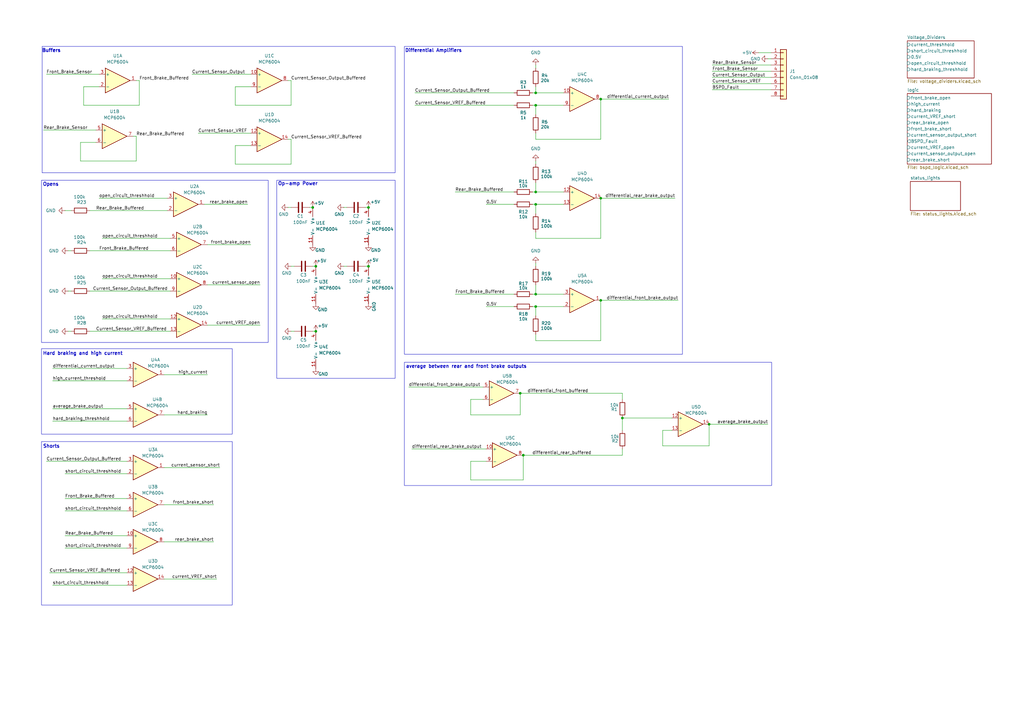
<source format=kicad_sch>
(kicad_sch (version 20231120) (generator "eeschema") (generator_version "8.0")
  (paper "A3")
  (lib_symbols
    (symbol "Amplifier_Operational:MCP6004" (pin_names (offset 0.127))
      (property "Reference" "U" (at 0 5.08 0))
      (property "Value" "MCP6004" (at 0 -5.08 0))
      (symbol "MCP6004_1_1"
        (polyline (pts (xy -5.08 5.08) (xy 5.08 0) (xy -5.08 -5.08) (xy -5.08 5.08)) (stroke (width 0.254)) (fill (type background)))
        (pin output line (at 7.62 0 180) (length 2.54) (name "~") (number "1"))
        (pin input line (at -7.62 -2.54 0) (length 2.54) (name "-") (number "2"))
        (pin input line (at -7.62 2.54 0) (length 2.54) (name "+") (number "3"))
      )
      (symbol "MCP6004_2_1"
        (polyline (pts (xy -5.08 5.08) (xy 5.08 0) (xy -5.08 -5.08) (xy -5.08 5.08)) (stroke (width 0.254)) (fill (type background)))
        (pin input line (at -7.62 2.54 0) (length 2.54) (name "+") (number "5"))
        (pin input line (at -7.62 -2.54 0) (length 2.54) (name "-") (number "6"))
        (pin output line (at 7.62 0 180) (length 2.54) (name "~") (number "7"))
      )
      (symbol "MCP6004_3_1"
        (polyline (pts (xy -5.08 5.08) (xy 5.08 0) (xy -5.08 -5.08) (xy -5.08 5.08)) (stroke (width 0.254)) (fill (type background)))
        (pin input line (at -7.62 2.54 0) (length 2.54) (name "+") (number "10"))
        (pin output line (at 7.62 0 180) (length 2.54) (name "~") (number "8"))
        (pin input line (at -7.62 -2.54 0) (length 2.54) (name "-") (number "9"))
      )
      (symbol "MCP6004_4_1"
        (polyline (pts (xy -5.08 5.08) (xy 5.08 0) (xy -5.08 -5.08) (xy -5.08 5.08)) (stroke (width 0.254)) (fill (type background)))
        (pin input line (at -7.62 2.54 0) (length 2.54) (name "+") (number "12"))
        (pin input line (at -7.62 -2.54 0) (length 2.54) (name "-") (number "13"))
        (pin output line (at 7.62 0 180) (length 2.54) (name "~") (number "14"))
      )
      (symbol "MCP6004_5_1"
        (pin power_in line (at -2.54 -7.62 90) (length 3.81) (name "V-") (number "11"))
        (pin power_in line (at -2.54 7.62 270) (length 3.81) (name "V+") (number "4"))
      )
    )
    (symbol "Connector_Generic:Conn_01x08" (pin_names (offset 1.016) hide)
      (property "Reference" "J" (at 0 10.16 0))
      (property "Value" "Conn_01x08" (at 0 -12.7 0))
      (symbol "Conn_01x08_1_1"
        (rectangle (start -1.27 -10.033) (end 0 -10.287) (stroke (width 0.1524)))
        (rectangle (start -1.27 -7.493) (end 0 -7.747) (stroke (width 0.1524)))
        (rectangle (start -1.27 -4.953) (end 0 -5.207) (stroke (width 0.1524)))
        (rectangle (start -1.27 -2.413) (end 0 -2.667) (stroke (width 0.1524)))
        (rectangle (start -1.27 0.127) (end 0 -0.127) (stroke (width 0.1524)))
        (rectangle (start -1.27 2.667) (end 0 2.413) (stroke (width 0.1524)))
        (rectangle (start -1.27 5.207) (end 0 4.953) (stroke (width 0.1524)))
        (rectangle (start -1.27 7.747) (end 0 7.493) (stroke (width 0.1524)))
        (rectangle (start -1.27 8.89) (end 1.27 -11.43) (stroke (width 0.254)) (fill (type background)))
        (pin passive line (at -5.08 7.62 0) (length 3.81) (name "Pin_1") (number "1"))
        (pin passive line (at -5.08 5.08 0) (length 3.81) (name "Pin_2") (number "2"))
        (pin passive line (at -5.08 2.54 0) (length 3.81) (name "Pin_3") (number "3"))
        (pin passive line (at -5.08 0 0) (length 3.81) (name "Pin_4") (number "4"))
        (pin passive line (at -5.08 -2.54 0) (length 3.81) (name "Pin_5") (number "5"))
        (pin passive line (at -5.08 -5.08 0) (length 3.81) (name "Pin_6") (number "6"))
        (pin passive line (at -5.08 -7.62 0) (length 3.81) (name "Pin_7") (number "7"))
        (pin passive line (at -5.08 -10.16 0) (length 3.81) (name "Pin_8") (number "8"))
      )
    )
    (symbol "Device:C" (pin_numbers hide) (pin_names (offset 0.254))
      (property "Reference" "C" (at 0.635 2.54 0))
      (property "Value" "C" (at 0.635 -2.54 0))
      (symbol "C_0_1"
        (polyline (pts (xy -2.032 -0.762) (xy 2.032 -0.762)) (stroke (width 0.508)))
        (polyline (pts (xy -2.032 0.762) (xy 2.032 0.762)) (stroke (width 0.508)))
      )
      (symbol "C_1_1"
        (pin passive line (at 0 3.81 270) (length 2.794) (name "~") (number "1"))
        (pin passive line (at 0 -3.81 90) (length 2.794) (name "~") (number "2"))
      )
    )
    (symbol "Device:R" (pin_numbers hide) (pin_names (offset 0))
      (property "Reference" "R" (at 2.032 0 90))
      (property "Value" "R" (at 0 0 90))
      (symbol "R_0_1"
        (rectangle (start -1.016 -2.54) (end 1.016 2.54) (stroke (width 0.254)))
      )
      (symbol "R_1_1"
        (pin passive line (at 0 3.81 270) (length 1.27) (name "~") (number "1"))
        (pin passive line (at 0 -3.81 90) (length 1.27) (name "~") (number "2"))
      )
    )
    (symbol "power:+5V" (power) (pin_numbers hide) (pin_names (offset 0) hide)
      (property "Value" "+5V" (at 0 3.556 0))
      (symbol "+5V_0_1"
        (polyline (pts (xy -0.762 1.27) (xy 0 2.54)))
        (polyline (pts (xy 0 0) (xy 0 2.54)))
        (polyline (pts (xy 0 2.54) (xy 0.762 1.27)))
      )
      (symbol "+5V_1_1"
        (pin power_in line (at 0 0 90) (length 0) (name "~") (number "1"))
      )
    )
    (symbol "power:GND" (power) (pin_numbers hide) (pin_names (offset 0) hide)
      (property "Value" "GND" (at 0 -3.81 0))
      (symbol "GND_0_1"
        (polyline (pts (xy 0 0) (xy 0 -1.27) (xy 1.27 -1.27) (xy 0 -2.54) (xy -1.27 -1.27) (xy 0 -1.27)))
      )
      (symbol "GND_1_1"
        (pin power_in line (at 0 0 270) (length 0) (name "~") (number "1"))
      )
    )
  )
  (junction (at 129.54 109.22))
  (junction (at 151.13 85.09))
  (junction (at 246.38 40.64))
  (junction (at 213.36 161.29))
  (junction (at 219.71 125.73))
  (junction (at 151.13 109.22))
  (junction (at 219.71 78.74))
  (junction (at 219.71 83.82))
  (junction (at 219.71 38.1))
  (junction (at 246.38 123.19))
  (junction (at 219.71 43.18))
  (junction (at 255.27 171.45))
  (junction (at 219.71 120.65))
  (junction (at 128.27 85.09))
  (junction (at 129.54 135.89))
  (junction (at 214.63 186.69))
  (junction (at 290.83 173.99))
  (junction (at 246.38 81.28))
  (wire (pts (xy 119.38 109.22) (xy 120.65 109.22)))
  (wire (pts (xy 96.52 67.31) (xy 119.38 67.31)))
  (wire (pts (xy 34.29 43.18) (xy 57.15 43.18)))
  (wire (pts (xy 290.83 182.88) (xy 290.83 173.99)))
  (wire (pts (xy 219.71 43.18) (xy 219.71 46.99)))
  (wire (pts (xy 218.44 125.73) (xy 219.71 125.73)))
  (wire (pts (xy 21.59 167.64) (xy 52.07 167.64)))
  (wire (pts (xy 219.71 26.67) (xy 219.71 27.94)))
  (wire (pts (xy 21.59 156.21) (xy 52.07 156.21)))
  (wire (pts (xy 27.94 119.38) (xy 29.21 119.38)))
  (wire (pts (xy 128.27 135.89) (xy 129.54 135.89)))
  (wire (pts (xy 219.71 137.16) (xy 219.71 139.7)))
  (wire (pts (xy 246.38 40.64) (xy 274.32 40.64)))
  (wire (pts (xy 57.15 43.18) (xy 57.15 33.02)))
  (wire (pts (xy 149.86 85.09) (xy 151.13 85.09)))
  (wire (pts (xy 199.39 189.23) (xy 193.04 189.23)))
  (wire (pts (xy 246.38 139.7) (xy 246.38 123.19)))
  (wire (pts (xy 214.63 186.69) (xy 255.27 186.69)))
  (wire (pts (xy 292.1 34.29) (xy 316.23 34.29)))
  (wire (pts (xy 290.83 173.99) (xy 314.96 173.99)))
  (wire (pts (xy 218.44 83.82) (xy 219.71 83.82)))
  (wire (pts (xy 292.1 26.67) (xy 316.23 26.67)))
  (wire (pts (xy 218.44 78.74) (xy 219.71 78.74)))
  (wire (pts (xy 219.71 66.04) (xy 219.71 67.31)))
  (wire (pts (xy 85.09 100.33) (xy 102.87 100.33)))
  (wire (pts (xy 219.71 97.79) (xy 246.38 97.79)))
  (wire (pts (xy 21.59 151.13) (xy 52.07 151.13)))
  (wire (pts (xy 198.12 163.83) (xy 193.04 163.83)))
  (wire (pts (xy 67.31 170.18) (xy 85.09 170.18)))
  (wire (pts (xy 271.78 182.88) (xy 290.83 182.88)))
  (wire (pts (xy 292.1 36.83) (xy 316.23 36.83)))
  (wire (pts (xy 193.04 170.18) (xy 213.36 170.18)))
  (wire (pts (xy 219.71 95.25) (xy 219.71 97.79)))
  (wire (pts (xy 219.71 139.7) (xy 246.38 139.7)))
  (wire (pts (xy 27.94 135.89) (xy 29.21 135.89)))
  (wire (pts (xy 54.61 55.88) (xy 55.88 55.88)))
  (wire (pts (xy 20.32 234.95) (xy 52.07 234.95)))
  (wire (pts (xy 55.88 33.02) (xy 57.15 33.02)))
  (wire (pts (xy 199.39 125.73) (xy 210.82 125.73)))
  (wire (pts (xy 214.63 196.85) (xy 214.63 186.69)))
  (wire (pts (xy 255.27 161.29) (xy 255.27 163.83)))
  (wire (pts (xy 26.67 204.47) (xy 52.07 204.47)))
  (wire (pts (xy 119.38 67.31) (xy 119.38 57.15)))
  (wire (pts (xy 255.27 184.15) (xy 255.27 186.69)))
  (wire (pts (xy 314.96 24.13) (xy 316.23 24.13)))
  (wire (pts (xy 67.31 207.01) (xy 87.63 207.01)))
  (wire (pts (xy 67.31 191.77) (xy 90.17 191.77)))
  (wire (pts (xy 21.59 172.72) (xy 52.07 172.72)))
  (wire (pts (xy 40.64 81.28) (xy 68.58 81.28)))
  (wire (pts (xy 219.71 120.65) (xy 231.14 120.65)))
  (wire (pts (xy 219.71 83.82) (xy 231.14 83.82)))
  (wire (pts (xy 26.67 209.55) (xy 52.07 209.55)))
  (wire (pts (xy 119.38 43.18) (xy 119.38 33.02)))
  (wire (pts (xy 219.71 116.84) (xy 219.71 120.65)))
  (wire (pts (xy 246.38 123.19) (xy 278.13 123.19)))
  (wire (pts (xy 41.91 114.3) (xy 69.85 114.3)))
  (wire (pts (xy 186.69 120.65) (xy 210.82 120.65)))
  (wire (pts (xy 118.11 33.02) (xy 119.38 33.02)))
  (wire (pts (xy 140.97 85.09) (xy 142.24 85.09)))
  (wire (pts (xy 96.52 35.56) (xy 96.52 43.18)))
  (wire (pts (xy 41.91 130.81) (xy 69.85 130.81)))
  (wire (pts (xy 219.71 43.18) (xy 231.14 43.18)))
  (wire (pts (xy 118.11 57.15) (xy 119.38 57.15)))
  (wire (pts (xy 292.1 31.75) (xy 316.23 31.75)))
  (wire (pts (xy 33.02 58.42) (xy 33.02 66.04)))
  (wire (pts (xy 19.05 30.48) (xy 40.64 30.48)))
  (wire (pts (xy 118.11 85.09) (xy 119.38 85.09)))
  (wire (pts (xy 255.27 171.45) (xy 275.59 171.45)))
  (wire (pts (xy 168.91 184.15) (xy 199.39 184.15)))
  (wire (pts (xy 36.83 102.87) (xy 69.85 102.87)))
  (wire (pts (xy 39.37 58.42) (xy 33.02 58.42)))
  (wire (pts (xy 199.39 83.82) (xy 210.82 83.82)))
  (wire (pts (xy 102.87 59.69) (xy 96.52 59.69)))
  (wire (pts (xy 67.31 153.67) (xy 85.09 153.67)))
  (wire (pts (xy 193.04 189.23) (xy 193.04 196.85)))
  (wire (pts (xy 271.78 176.53) (xy 271.78 182.88)))
  (wire (pts (xy 96.52 43.18) (xy 119.38 43.18)))
  (wire (pts (xy 127 85.09) (xy 128.27 85.09)))
  (wire (pts (xy 170.18 38.1) (xy 210.82 38.1)))
  (wire (pts (xy 40.64 35.56) (xy 34.29 35.56)))
  (wire (pts (xy 246.38 57.15) (xy 246.38 40.64)))
  (wire (pts (xy 219.71 125.73) (xy 231.14 125.73)))
  (wire (pts (xy 219.71 74.93) (xy 219.71 78.74)))
  (wire (pts (xy 83.82 83.82) (xy 101.6 83.82)))
  (wire (pts (xy 17.78 53.34) (xy 39.37 53.34)))
  (wire (pts (xy 219.71 54.61) (xy 219.71 57.15)))
  (wire (pts (xy 246.38 81.28) (xy 276.86 81.28)))
  (wire (pts (xy 218.44 120.65) (xy 219.71 120.65)))
  (wire (pts (xy 36.83 86.36) (xy 68.58 86.36)))
  (wire (pts (xy 140.97 109.22) (xy 142.24 109.22)))
  (wire (pts (xy 193.04 163.83) (xy 193.04 170.18)))
  (wire (pts (xy 213.36 170.18) (xy 213.36 161.29)))
  (wire (pts (xy 67.31 222.25) (xy 87.63 222.25)))
  (wire (pts (xy 102.87 35.56) (xy 96.52 35.56)))
  (wire (pts (xy 21.59 240.03) (xy 52.07 240.03)))
  (wire (pts (xy 219.71 38.1) (xy 231.14 38.1)))
  (wire (pts (xy 85.09 133.35) (xy 106.68 133.35)))
  (wire (pts (xy 149.86 109.22) (xy 151.13 109.22)))
  (wire (pts (xy 36.83 119.38) (xy 69.85 119.38)))
  (wire (pts (xy 193.04 196.85) (xy 214.63 196.85)))
  (wire (pts (xy 218.44 43.18) (xy 219.71 43.18)))
  (wire (pts (xy 19.05 189.23) (xy 52.07 189.23)))
  (wire (pts (xy 119.38 135.89) (xy 120.65 135.89)))
  (wire (pts (xy 170.18 43.18) (xy 210.82 43.18)))
  (wire (pts (xy 292.1 29.21) (xy 316.23 29.21)))
  (wire (pts (xy 219.71 35.56) (xy 219.71 38.1)))
  (wire (pts (xy 36.83 135.89) (xy 69.85 135.89)))
  (wire (pts (xy 27.94 102.87) (xy 29.21 102.87)))
  (wire (pts (xy 26.67 224.79) (xy 52.07 224.79)))
  (wire (pts (xy 218.44 38.1) (xy 219.71 38.1)))
  (wire (pts (xy 255.27 171.45) (xy 255.27 176.53)))
  (wire (pts (xy 246.38 97.79) (xy 246.38 81.28)))
  (wire (pts (xy 26.67 86.36) (xy 29.21 86.36)))
  (wire (pts (xy 219.71 78.74) (xy 231.14 78.74)))
  (wire (pts (xy 213.36 161.29) (xy 255.27 161.29)))
  (wire (pts (xy 275.59 176.53) (xy 271.78 176.53)))
  (wire (pts (xy 85.09 116.84) (xy 106.68 116.84)))
  (wire (pts (xy 167.64 158.75) (xy 198.12 158.75)))
  (wire (pts (xy 219.71 107.95) (xy 219.71 109.22)))
  (wire (pts (xy 81.28 54.61) (xy 102.87 54.61)))
  (wire (pts (xy 219.71 83.82) (xy 219.71 87.63)))
  (wire (pts (xy 219.71 57.15) (xy 246.38 57.15)))
  (wire (pts (xy 78.74 30.48) (xy 102.87 30.48)))
  (wire (pts (xy 67.31 237.49) (xy 88.9 237.49)))
  (wire (pts (xy 26.67 219.71) (xy 52.07 219.71)))
  (wire (pts (xy 128.27 109.22) (xy 129.54 109.22)))
  (wire (pts (xy 311.15 21.59) (xy 316.23 21.59)))
  (wire (pts (xy 219.71 125.73) (xy 219.71 129.54)))
  (wire (pts (xy 26.67 194.31) (xy 52.07 194.31)))
  (wire (pts (xy 96.52 59.69) (xy 96.52 67.31)))
  (wire (pts (xy 55.88 66.04) (xy 55.88 55.88)))
  (wire (pts (xy 34.29 35.56) (xy 34.29 43.18)))
  (wire (pts (xy 186.69 78.74) (xy 210.82 78.74)))
  (wire (pts (xy 33.02 66.04) (xy 55.88 66.04)))
  (wire (pts (xy 41.91 97.79) (xy 69.85 97.79)))
  (rectangle (start 17.272 19.05) (end 162.052 70.866))
  (rectangle (start 17.018 181.102) (end 95.25 248.158))
  (rectangle (start 113.538 73.914) (end 162.052 155.194))
  (rectangle (start 165.862 148.59) (end 316.484 199.136))
  (rectangle (start 17.018 143.002) (end 95.25 178.054))
  (rectangle (start 17.018 73.914) (end 109.982 140.462))
  (rectangle (start 165.862 19.05) (end 279.908 145.288))
  (text "Opens" (at 20.828 75.692 0) (effects (font (size 1.397 1.397) (thickness 0.254) (bold yes))))
  (text "Buffers" (at 21.082 20.828 0) (effects (font (size 1.397 1.397) (thickness 0.2794) (bold yes))))
  (text "Hard braking and high current" (at 17.526 145.034 0) (effects (font (size 1.397 1.397) (thickness 0.254) (bold yes)) (justify left)))
  (text "average between rear and front brake outputs" (at 191.262 150.368 0) (effects (font (size 1.397 1.397) (thickness 0.254) (bold yes))))
  (text "Differential Amplifiers" (at 177.8 20.828 0) (effects (font (size 1.397 1.397) (thickness 0.254) (bold yes))))
  (text "Shorts" (at 21.082 183.134 0) (effects (font (size 1.397 1.397) (thickness 0.254) (bold yes))))
  (text "Op-amp Power" (at 122.174 75.438 0) (effects (font (size 1.397 1.397) (thickness 0.254) (bold yes))))
  (label "Current_Sensor_Output_Buffered" (at 170.18 38.1 0))
  (label "differential_current_output" (at 21.59 151.13 0))
  (label "differential_front_buffered" (at 241.3 161.29 180) (effects (font (thickness 0.1588))))
  (label "Front_Brake_Buffered" (at 26.67 204.47 0))
  (label "Front_Brake_Buffered" (at 40.64 102.87 0))
  (label "short_circuit_threshhold" (at 26.67 224.79 0))
  (label "Rear_Brake_Buffered" (at 186.69 78.74 0))
  (label "open_circuit_threshhold" (at 41.91 97.79 0))
  (label "Front_Brake_Sensor" (at 292.1 29.21 0))
  (label "Rear_Brake_Buffered" (at 39.37 86.36 0))
  (label "average_brake_output" (at 314.96 173.99 180) (effects (font (thickness 0.1588))))
  (label "hard_braking" (at 85.09 170.18 180))
  (label "Current_Sensor_Output" (at 78.74 30.48 0))
  (label "short_circuit_threshhold" (at 26.67 209.55 0))
  (label "Current_Sensor_Output_Buffered" (at 119.38 33.02 0))
  (label "open_circuit_threshhold" (at 41.91 130.81 0))
  (label "BSPD_Fault" (at 292.1 36.83 0))
  (label "Current_Sensor_VREF_Buffered" (at 119.38 57.15 0))
  (label "Front_Brake_Buffered" (at 186.69 120.65 0))
  (label "current_VREF_short" (at 88.9 237.49 180))
  (label "0.5V" (at 199.39 83.82 0))
  (label "differential_current_output" (at 274.32 40.64 180))
  (label "Rear_Brake_Buffered" (at 26.67 219.71 0))
  (label "Rear_Brake_Buffered" (at 55.88 55.88 0))
  (label "rear_brake_open" (at 101.6 83.82 180))
  (label "high_current" (at 85.09 153.67 180))
  (label "short_circuit_threshhold" (at 21.59 240.03 0))
  (label "Current_Sensor_Output_Buffered" (at 38.1 119.38 0))
  (label "front_brake_short" (at 87.63 207.01 180))
  (label "0.5V" (at 199.39 125.73 0))
  (label "Front_Brake_Sensor" (at 19.05 30.48 0))
  (label "differential_front_brake_output" (at 167.64 158.75 0))
  (label "differential_rear_buffered" (at 242.57 186.69 180) (effects (font (thickness 0.1588))))
  (label "Current_Sensor_VREF_Buffered" (at 20.32 234.95 0))
  (label "average_brake_output" (at 21.59 167.64 0))
  (label "current_sensor_short" (at 90.17 191.77 180))
  (label "high_current_threshold" (at 21.59 156.21 0) (effects (font (thickness 0.1588))))
  (label "Current_Sensor_VREF" (at 292.1 34.29 0))
  (label "Rear_Brake_Sensor" (at 17.78 53.34 0))
  (label "hard_braking_threshhold" (at 21.59 172.72 0) (effects (font (thickness 0.1588))))
  (label "Front_Brake_Buffered" (at 57.15 33.02 0))
  (label "current_VREF_open" (at 106.68 133.35 180))
  (label "open_circuit_threshhold" (at 41.91 114.3 0))
  (label "differential_rear_brake_output" (at 168.91 184.15 0))
  (label "open_circuit_threshhold" (at 40.64 81.28 0))
  (label "front_brake_open" (at 102.87 100.33 180))
  (label "Current_Sensor_VREF_Buffered" (at 170.18 43.18 0))
  (label "Current_Sensor_VREF_Buffered" (at 39.37 135.89 0))
  (label "differential_rear_brake_output" (at 276.86 81.28 180))
  (label "Current_Sensor_VREF" (at 81.28 54.61 0))
  (label "short_circuit_threshhold" (at 26.67 194.31 0))
  (label "differential_front_brake_output" (at 278.13 123.19 180))
  (label "Current_Sensor_Output" (at 292.1 31.75 0))
  (label "Current_Sensor_Output_Buffered" (at 19.05 189.23 0))
  (label "rear_brake_short" (at 87.63 222.25 180))
  (label "Rear_Brake_Sensor" (at 292.1 26.67 0))
  (label "current_sensor_open" (at 106.68 116.84 180))
  (symbol (lib_id "Amplifier_Operational:MCP6004") (at 59.69 191.77 0) (unit 1)
    (property "Reference" "U3" (at 62.738 184.404 0))
    (property "Value" "MCP6004" (at 62.738 186.944 0))
    (property "Datasheet" "http://ww1.microchip.com/downloads/en/DeviceDoc/21733j.pdf" (effects (hide yes)))
    (property "Description" "1MHz, Low-Power Op Amp, DIP-14/SOIC-14/TSSOP-14" (effects (hide yes)))
  )
  (symbol (lib_id "power:+5V") (at 151.13 109.22 0) (unit 1)
    (property "Reference" "#PWR044" (effects (hide yes)))
    (property "Value" "+5V" (at 151.13 106.68 0) (effects (justify left)))
    (property "Description" "Power symbol creates a global label with name \"+5V\"" (effects (hide yes)))
  )
  (symbol (lib_id "Amplifier_Operational:MCP6004") (at 59.69 170.18 0) (unit 2)
    (property "Reference" "U4" (at 64.516 163.83 0))
    (property "Value" "MCP6004" (at 64.516 166.37 0))
    (property "Datasheet" "http://ww1.microchip.com/downloads/en/DeviceDoc/21733j.pdf" (effects (hide yes)))
    (property "Description" "1MHz, Low-Power Op Amp, DIP-14/SOIC-14/TSSOP-14" (effects (hide yes)))
  )
  (symbol (lib_id "Device:R") (at 219.71 113.03 0) (unit 1)
    (property "Reference" "R19" (at 221.996 112.268 0) (effects (justify left)))
    (property "Value" "100k" (at 221.742 114.3001 0) (effects (justify left)))
    (property "Description" "Resistor" (effects (hide yes)))
  )
  (symbol (lib_id "Device:C") (at 124.46 109.22 90) (unit 1)
    (property "Reference" "C3" (at 124.46 112.776 90))
    (property "Value" "100nF" (at 124.46 115.316 90))
    (property "Description" "Unpolarized capacitor" (effects (hide yes)))
  )
  (symbol (lib_id "power:GND") (at 151.13 124.46 0) (unit 1)
    (property "Reference" "#PWR047" (effects (hide yes)))
    (property "Value" "GND" (at 153.416 123.698 90) (effects (justify right)))
    (property "Description" "Power symbol creates a global label with name \"GND\" , ground" (effects (hide yes)))
  )
  (symbol (lib_id "Device:C") (at 124.46 135.89 90) (unit 1)
    (property "Reference" "C5" (at 124.46 139.446 90))
    (property "Value" "100nF" (at 124.46 141.986 90))
    (property "Description" "Unpolarized capacitor" (effects (hide yes)))
  )
  (symbol (lib_id "power:GND") (at 219.71 66.04 180) (unit 1)
    (property "Reference" "#PWR014" (effects (hide yes)))
    (property "Value" "GND" (at 219.71 60.96 0))
    (property "Description" "Power symbol creates a global label with name \"GND\" , ground" (effects (hide yes)))
  )
  (symbol (lib_id "Amplifier_Operational:MCP6004") (at 46.99 55.88 0) (unit 2)
    (property "Reference" "U1" (at 46.99 45.72 0))
    (property "Value" "MCP6004" (at 46.99 48.26 0))
    (property "Datasheet" "http://ww1.microchip.com/downloads/en/DeviceDoc/21733j.pdf" (effects (hide yes)))
    (property "Description" "1MHz, Low-Power Op Amp, DIP-14/SOIC-14/TSSOP-14" (effects (hide yes)))
  )
  (symbol (lib_id "Amplifier_Operational:MCP6004") (at 283.21 173.99 0) (unit 4)
    (property "Reference" "U5" (at 285.496 166.878 0))
    (property "Value" "MCP6004" (at 285.496 169.418 0))
    (property "Datasheet" "http://ww1.microchip.com/downloads/en/DeviceDoc/21733j.pdf" (effects (hide yes)))
    (property "Description" "1MHz, Low-Power Op Amp, DIP-14/SOIC-14/TSSOP-14" (effects (hide yes)))
  )
  (symbol (lib_id "Device:R") (at 219.71 71.12 0) (unit 1)
    (property "Reference" "R13" (at 221.996 70.358 0) (effects (justify left)))
    (property "Value" "100k" (at 221.742 72.3901 0) (effects (justify left)))
    (property "Description" "Resistor" (effects (hide yes)))
  )
  (symbol (lib_id "Device:R") (at 219.71 50.8 0) (unit 1)
    (property "Reference" "R6" (at 221.996 50.0381 0) (effects (justify left)))
    (property "Value" "20k" (at 221.742 52.07 0) (effects (justify left)))
    (property "Description" "Resistor" (effects (hide yes)))
  )
  (symbol (lib_id "power:GND") (at 27.94 135.89 270) (unit 1)
    (property "Reference" "#PWR035" (effects (hide yes)))
    (property "Value" "GND" (at 24.13 135.8899 90) (effects (justify right)))
    (property "Description" "Power symbol creates a global label with name \"GND\" , ground" (effects (hide yes)))
  )
  (symbol (lib_id "Amplifier_Operational:MCP6004") (at 238.76 81.28 0) (unit 4)
    (property "Reference" "U4" (at 238.76 71.12 0))
    (property "Value" "MCP6004" (at 238.76 73.66 0))
    (property "Datasheet" "http://ww1.microchip.com/downloads/en/DeviceDoc/21733j.pdf" (effects (hide yes)))
    (property "Description" "1MHz, Low-Power Op Amp, DIP-14/SOIC-14/TSSOP-14" (effects (hide yes)))
  )
  (symbol (lib_id "power:GND") (at 314.96 24.13 270) (unit 1)
    (property "Reference" "#PWR02" (effects (hide yes)))
    (property "Value" "GND" (at 311.912 24.13 90) (effects (justify right)))
    (property "Description" "Power symbol creates a global label with name \"GND\" , ground" (effects (hide yes)))
  )
  (symbol (lib_id "Device:R") (at 255.27 180.34 180) (unit 1)
    (property "Reference" "R2" (at 252.222 180.848 0))
    (property "Value" "10k" (at 252.222 179.07 0))
    (property "Description" "Resistor" (effects (hide yes)))
  )
  (symbol (lib_id "power:GND") (at 118.11 85.09 270) (unit 1)
    (property "Reference" "#PWR037" (effects (hide yes)))
    (property "Value" "GND" (at 118.364 87.884 90) (effects (justify right)))
    (property "Description" "Power symbol creates a global label with name \"GND\" , ground" (effects (hide yes)))
  )
  (symbol (lib_id "Amplifier_Operational:MCP6004") (at 48.26 33.02 0) (unit 1)
    (property "Reference" "U1" (at 48.26 22.86 0))
    (property "Value" "MCP6004" (at 48.26 25.4 0))
    (property "Datasheet" "http://ww1.microchip.com/downloads/en/DeviceDoc/21733j.pdf" (effects (hide yes)))
    (property "Description" "1MHz, Low-Power Op Amp, DIP-14/SOIC-14/TSSOP-14" (effects (hide yes)))
  )
  (symbol (lib_id "Amplifier_Operational:MCP6004") (at 130.81 92.71 0) (unit 5)
    (property "Reference" "U1" (at 129.54 91.4399 0) (effects (justify left)))
    (property "Value" "MCP6004" (at 129.54 93.9799 0) (effects (justify left)))
    (property "Datasheet" "http://ww1.microchip.com/downloads/en/DeviceDoc/21733j.pdf" (effects (hide yes)))
    (property "Description" "1MHz, Low-Power Op Amp, DIP-14/SOIC-14/TSSOP-14" (effects (hide yes)))
  )
  (symbol (lib_id "power:GND") (at 119.38 109.22 270) (unit 1)
    (property "Reference" "#PWR043" (effects (hide yes)))
    (property "Value" "GND" (at 119.634 112.014 90) (effects (justify right)))
    (property "Description" "Power symbol creates a global label with name \"GND\" , ground" (effects (hide yes)))
  )
  (symbol (lib_id "Amplifier_Operational:MCP6004") (at 110.49 57.15 0) (unit 4)
    (property "Reference" "U1" (at 110.49 46.99 0))
    (property "Value" "MCP6004" (at 110.49 49.53 0))
    (property "Datasheet" "http://ww1.microchip.com/downloads/en/DeviceDoc/21733j.pdf" (effects (hide yes)))
    (property "Description" "1MHz, Low-Power Op Amp, DIP-14/SOIC-14/TSSOP-14" (effects (hide yes)))
  )
  (symbol (lib_id "power:GND") (at 129.54 124.46 0) (unit 1)
    (property "Reference" "#PWR045" (effects (hide yes)))
    (property "Value" "GND" (at 134.366 127 0) (effects (justify right)))
    (property "Description" "Power symbol creates a global label with name \"GND\" , ground" (effects (hide yes)))
  )
  (symbol (lib_id "Amplifier_Operational:MCP6004") (at 59.69 207.01 0) (unit 2)
    (property "Reference" "U3" (at 62.738 199.644 0))
    (property "Value" "MCP6004" (at 62.738 202.184 0))
    (property "Datasheet" "http://ww1.microchip.com/downloads/en/DeviceDoc/21733j.pdf" (effects (hide yes)))
    (property "Description" "1MHz, Low-Power Op Amp, DIP-14/SOIC-14/TSSOP-14" (effects (hide yes)))
  )
  (symbol (lib_id "Amplifier_Operational:MCP6004") (at 77.47 133.35 0) (unit 4)
    (property "Reference" "U2" (at 81.026 125.984 0))
    (property "Value" "MCP6004" (at 81.026 128.524 0))
    (property "Datasheet" "http://ww1.microchip.com/downloads/en/DeviceDoc/21733j.pdf" (effects (hide yes)))
    (property "Description" "1MHz, Low-Power Op Amp, DIP-14/SOIC-14/TSSOP-14" (effects (hide yes)))
  )
  (symbol (lib_id "power:+5V") (at 151.13 85.09 0) (unit 1)
    (property "Reference" "#PWR048" (effects (hide yes)))
    (property "Value" "+5V" (at 151.892 82.804 0) (effects (justify left)))
    (property "Description" "Power symbol creates a global label with name \"+5V\"" (effects (hide yes)))
  )
  (symbol (lib_id "power:GND") (at 119.38 135.89 270) (unit 1)
    (property "Reference" "#PWR049" (effects (hide yes)))
    (property "Value" "GND" (at 119.634 138.684 90) (effects (justify right)))
    (property "Description" "Power symbol creates a global label with name \"GND\" , ground" (effects (hide yes)))
  )
  (symbol (lib_id "Amplifier_Operational:MCP6004") (at 110.49 33.02 0) (unit 3)
    (property "Reference" "U1" (at 110.49 22.86 0))
    (property "Value" "MCP6004" (at 110.49 25.4 0))
    (property "Datasheet" "http://ww1.microchip.com/downloads/en/DeviceDoc/21733j.pdf" (effects (hide yes)))
    (property "Description" "1MHz, Low-Power Op Amp, DIP-14/SOIC-14/TSSOP-14" (effects (hide yes)))
  )
  (symbol (lib_id "power:GND") (at 26.67 86.36 270) (unit 1)
    (property "Reference" "#PWR027" (effects (hide yes)))
    (property "Value" "GND" (at 22.86 86.3599 90) (effects (justify right)))
    (property "Description" "Power symbol creates a global label with name \"GND\" , ground" (effects (hide yes)))
  )
  (symbol (lib_id "Device:C") (at 146.05 109.22 90) (unit 1)
    (property "Reference" "C4" (at 146.05 112.776 90))
    (property "Value" "100nF" (at 146.05 115.316 90))
    (property "Description" "Unpolarized capacitor" (effects (hide yes)))
  )
  (symbol (lib_id "Device:C") (at 146.05 85.09 90) (unit 1)
    (property "Reference" "C2" (at 146.05 88.646 90))
    (property "Value" "100nF" (at 146.05 91.186 90))
    (property "Description" "Unpolarized capacitor" (effects (hide yes)))
  )
  (symbol (lib_id "Device:R") (at 33.02 102.87 90) (unit 1)
    (property "Reference" "R24" (at 35.433 99.441 90) (effects (justify left)))
    (property "Value" "100k" (at 35.052 97.282 90) (effects (justify left)))
    (property "Description" "Resistor" (effects (hide yes)))
  )
  (symbol (lib_id "Device:R") (at 219.71 133.35 0) (unit 1)
    (property "Reference" "R20" (at 221.996 132.5881 0) (effects (justify left)))
    (property "Value" "100k" (at 221.742 134.62 0) (effects (justify left)))
    (property "Description" "Resistor" (effects (hide yes)))
  )
  (symbol (lib_id "power:GND") (at 140.97 109.22 270) (unit 1)
    (property "Reference" "#PWR046" (effects (hide yes)))
    (property "Value" "GND" (at 141.224 112.014 90) (effects (justify right)))
    (property "Description" "Power symbol creates a global label with name \"GND\" , ground" (effects (hide yes)))
  )
  (symbol (lib_id "power:GND") (at 128.27 100.33 0) (unit 1)
    (property "Reference" "#PWR038" (effects (hide yes)))
    (property "Value" "GND" (at 133.35 102.616 0) (effects (justify right)))
    (property "Description" "Power symbol creates a global label with name \"GND\" , ground" (effects (hide yes)))
  )
  (symbol (lib_id "Connector_Generic:Conn_01x08") (at 321.31 29.21 0) (unit 1)
    (property "Reference" "J1" (at 323.85 29.2099 0) (effects (justify left)))
    (property "Value" "Conn_01x08" (at 323.85 31.7499 0) (effects (justify left)))
    (property "Footprint" "Connector_Molex:Molex_Nano-Fit_105313-xx08_1x08_P2.50mm_Horizontal" (effects (hide yes)))
    (property "Description" "Generic connector, single row, 01x08, script generated (kicad-library-utils/schlib/autogen/connector/)" (effects (hide yes)))
  )
  (symbol (lib_id "Device:R") (at 33.02 86.36 90) (unit 1)
    (property "Reference" "R23" (at 35.433 82.931 90) (effects (justify left)))
    (property "Value" "100k" (at 35.052 80.772 90) (effects (justify left)))
    (property "Description" "Resistor" (effects (hide yes)))
  )
  (symbol (lib_id "power:GND") (at 219.71 107.95 180) (unit 1)
    (property "Reference" "#PWR021" (effects (hide yes)))
    (property "Value" "GND" (at 219.71 102.87 0))
    (property "Description" "Power symbol creates a global label with name \"GND\" , ground" (effects (hide yes)))
  )
  (symbol (lib_id "Device:R") (at 214.63 125.73 90) (unit 1)
    (property "Reference" "R18" (at 214.63 128.778 90))
    (property "Value" "10k" (at 214.63 130.81 90))
    (property "Description" "Resistor" (effects (hide yes)))
  )
  (symbol (lib_id "Device:R") (at 33.02 135.89 90) (unit 1)
    (property "Reference" "R28" (at 35.433 132.461 90) (effects (justify left)))
    (property "Value" "100k" (at 35.052 130.302 90) (effects (justify left)))
    (property "Description" "Resistor" (effects (hide yes)))
  )
  (symbol (lib_id "power:+5V") (at 129.54 135.89 0) (unit 1)
    (property "Reference" "#PWR051" (effects (hide yes)))
    (property "Value" "+5V" (at 130.302 133.604 0) (effects (justify left)))
    (property "Description" "Power symbol creates a global label with name \"+5V\"" (effects (hide yes)))
  )
  (symbol (lib_id "Device:R") (at 214.63 120.65 90) (unit 1)
    (property "Reference" "R17" (at 214.63 116.332 90))
    (property "Value" "10k" (at 214.63 118.11 90))
    (property "Description" "Resistor" (effects (hide yes)))
  )
  (symbol (lib_id "Amplifier_Operational:MCP6004") (at 238.76 40.64 0) (unit 3)
    (property "Reference" "U4" (at 238.76 30.48 0))
    (property "Value" "MCP6004" (at 238.76 33.02 0))
    (property "Datasheet" "http://ww1.microchip.com/downloads/en/DeviceDoc/21733j.pdf" (effects (hide yes)))
    (property "Description" "1MHz, Low-Power Op Amp, DIP-14/SOIC-14/TSSOP-14" (effects (hide yes)))
  )
  (symbol (lib_id "Amplifier_Operational:MCP6004") (at 77.47 100.33 0) (unit 2)
    (property "Reference" "U2" (at 81.026 92.964 0))
    (property "Value" "MCP6004" (at 81.026 95.504 0))
    (property "Datasheet" "http://ww1.microchip.com/downloads/en/DeviceDoc/21733j.pdf" (effects (hide yes)))
    (property "Description" "1MHz, Low-Power Op Amp, DIP-14/SOIC-14/TSSOP-14" (effects (hide yes)))
  )
  (symbol (lib_id "Device:R") (at 214.63 38.1 90) (unit 1)
    (property "Reference" "R3" (at 214.63 33.782 90))
    (property "Value" "1k" (at 214.63 35.56 90))
    (property "Description" "Resistor" (effects (hide yes)))
  )
  (symbol (lib_id "Device:R") (at 33.02 119.38 90) (unit 1)
    (property "Reference" "R25" (at 35.433 115.951 90) (effects (justify left)))
    (property "Value" "100k" (at 35.052 113.792 90) (effects (justify left)))
    (property "Description" "Resistor" (effects (hide yes)))
  )
  (symbol (lib_id "power:GND") (at 151.13 100.33 0) (unit 1)
    (property "Reference" "#PWR042" (effects (hide yes)))
    (property "Value" "GND" (at 156.21 102.616 0) (effects (justify right)))
    (property "Description" "Power symbol creates a global label with name \"GND\" , ground" (effects (hide yes)))
  )
  (symbol (lib_id "Amplifier_Operational:MCP6004") (at 205.74 161.29 0) (unit 2)
    (property "Reference" "U5" (at 208.026 154.178 0))
    (property "Value" "MCP6004" (at 208.026 156.718 0))
    (property "Datasheet" "http://ww1.microchip.com/downloads/en/DeviceDoc/21733j.pdf" (effects (hide yes)))
    (property "Description" "1MHz, Low-Power Op Amp, DIP-14/SOIC-14/TSSOP-14" (effects (hide yes)))
  )
  (symbol (lib_id "Device:R") (at 214.63 43.18 90) (unit 1)
    (property "Reference" "R5" (at 214.63 46.228 90))
    (property "Value" "1k" (at 214.63 48.26 90))
    (property "Description" "Resistor" (effects (hide yes)))
  )
  (symbol (lib_id "power:GND") (at 27.94 102.87 270) (unit 1)
    (property "Reference" "#PWR028" (effects (hide yes)))
    (property "Value" "GND" (at 24.13 102.8699 90) (effects (justify right)))
    (property "Description" "Power symbol creates a global label with name \"GND\" , ground" (effects (hide yes)))
  )
  (symbol (lib_id "power:GND") (at 219.71 26.67 180) (unit 1)
    (property "Reference" "#PWR06" (effects (hide yes)))
    (property "Value" "GND" (at 219.71 21.59 0))
    (property "Description" "Power symbol creates a global label with name \"GND\" , ground" (effects (hide yes)))
  )
  (symbol (lib_id "Amplifier_Operational:MCP6004") (at 59.69 237.49 0) (unit 4)
    (property "Reference" "U3" (at 62.738 230.124 0))
    (property "Value" "MCP6004" (at 62.738 232.664 0))
    (property "Datasheet" "http://ww1.microchip.com/downloads/en/DeviceDoc/21733j.pdf" (effects (hide yes)))
    (property "Description" "1MHz, Low-Power Op Amp, DIP-14/SOIC-14/TSSOP-14" (effects (hide yes)))
  )
  (symbol (lib_id "power:+5V") (at 129.54 109.22 0) (unit 1)
    (property "Reference" "#PWR039" (effects (hide yes)))
    (property "Value" "+5V" (at 129.794 106.934 0) (effects (justify left)))
    (property "Description" "Power symbol creates a global label with name \"+5V\"" (effects (hide yes)))
  )
  (symbol (lib_id "power:+5V") (at 128.27 85.09 0) (unit 1)
    (property "Reference" "#PWR041" (effects (hide yes)))
    (property "Value" "+5V" (at 128.778 83.312 0) (effects (justify left)))
    (property "Description" "Power symbol creates a global label with name \"+5V\"" (effects (hide yes)))
  )
  (symbol (lib_id "power:GND") (at 129.54 151.13 0) (unit 1)
    (property "Reference" "#PWR050" (effects (hide yes)))
    (property "Value" "GND" (at 134.62 153.416 0) (effects (justify right)))
    (property "Description" "Power symbol creates a global label with name \"GND\" , ground" (effects (hide yes)))
  )
  (symbol (lib_id "Amplifier_Operational:MCP6004") (at 59.69 222.25 0) (unit 3)
    (property "Reference" "U3" (at 62.738 214.884 0))
    (property "Value" "MCP6004" (at 62.738 217.424 0))
    (property "Datasheet" "http://ww1.microchip.com/downloads/en/DeviceDoc/21733j.pdf" (effects (hide yes)))
    (property "Description" "1MHz, Low-Power Op Amp, DIP-14/SOIC-14/TSSOP-14" (effects (hide yes)))
  )
  (symbol (lib_id "Device:C") (at 123.19 85.09 90) (unit 1)
    (property "Reference" "C1" (at 123.19 88.646 90))
    (property "Value" "100nF" (at 123.19 91.186 90))
    (property "Description" "Unpolarized capacitor" (effects (hide yes)))
  )
  (symbol (lib_id "Amplifier_Operational:MCP6004") (at 59.69 153.67 0) (unit 1)
    (property "Reference" "U4" (at 63.754 147.574 0))
    (property "Value" "MCP6004" (at 65.024 150.114 0))
    (property "Datasheet" "http://ww1.microchip.com/downloads/en/DeviceDoc/21733j.pdf" (effects (hide yes)))
    (property "Description" "1MHz, Low-Power Op Amp, DIP-14/SOIC-14/TSSOP-14" (effects (hide yes)))
  )
  (symbol (lib_id "power:GND") (at 27.94 119.38 270) (unit 1)
    (property "Reference" "#PWR030" (effects (hide yes)))
    (property "Value" "GND" (at 24.13 119.3799 90) (effects (justify right)))
    (property "Description" "Power symbol creates a global label with name \"GND\" , ground" (effects (hide yes)))
  )
  (symbol (lib_id "Amplifier_Operational:MCP6004") (at 207.01 186.69 0) (unit 3)
    (property "Reference" "U5" (at 209.296 179.578 0))
    (property "Value" "MCP6004" (at 209.296 182.118 0))
    (property "Datasheet" "http://ww1.microchip.com/downloads/en/DeviceDoc/21733j.pdf" (effects (hide yes)))
    (property "Description" "1MHz, Low-Power Op Amp, DIP-14/SOIC-14/TSSOP-14" (effects (hide yes)))
  )
  (symbol (lib_id "Device:R") (at 255.27 167.64 180) (unit 1)
    (property "Reference" "R1" (at 251.968 167.894 0))
    (property "Value" "10k" (at 251.968 166.116 0))
    (property "Description" "Resistor" (effects (hide yes)))
  )
  (symbol (lib_id "Device:R") (at 214.63 83.82 90) (unit 1)
    (property "Reference" "R12" (at 214.63 86.868 90))
    (property "Value" "10k" (at 214.63 88.9 90))
    (property "Description" "Resistor" (effects (hide yes)))
  )
  (symbol (lib_id "Amplifier_Operational:MCP6004") (at 153.67 116.84 0) (unit 5)
    (property "Reference" "U5" (at 152.4 115.5699 0) (effects (justify left)))
    (property "Value" "MCP6004" (at 152.4 118.1099 0) (effects (justify left)))
    (property "Datasheet" "http://ww1.microchip.com/downloads/en/DeviceDoc/21733j.pdf" (effects (hide yes)))
    (property "Description" "1MHz, Low-Power Op Amp, DIP-14/SOIC-14/TSSOP-14" (effects (hide yes)))
  )
  (symbol (lib_id "Amplifier_Operational:MCP6004") (at 153.67 92.71 0) (unit 5)
    (property "Reference" "U2" (at 152.4 91.4399 0) (effects (justify left)))
    (property "Value" "MCP6004" (at 152.4 93.9799 0) (effects (justify left)))
    (property "Datasheet" "http://ww1.microchip.com/downloads/en/DeviceDoc/21733j.pdf" (effects (hide yes)))
    (property "Description" "1MHz, Low-Power Op Amp, DIP-14/SOIC-14/TSSOP-14" (effects (hide yes)))
  )
  (symbol (lib_id "power:+5V") (at 311.15 21.59 90) (unit 1)
    (property "Reference" "#PWR01" (effects (hide yes)))
    (property "Value" "+5V" (at 308.356 21.59 90) (effects (justify left)))
    (property "Description" "Power symbol creates a global label with name \"+5V\"" (effects (hide yes)))
  )
  (symbol (lib_id "Device:R") (at 214.63 78.74 90) (unit 1)
    (property "Reference" "R11" (at 214.63 74.422 90))
    (property "Value" "10k" (at 214.63 76.2 90))
    (property "Description" "Resistor" (effects (hide yes)))
  )
  (symbol (lib_id "Amplifier_Operational:MCP6004") (at 132.08 143.51 0) (unit 5)
    (property "Reference" "U4" (at 130.81 142.2399 0) (effects (justify left)))
    (property "Value" "MCP6004" (at 130.81 144.7799 0) (effects (justify left)))
    (property "Datasheet" "http://ww1.microchip.com/downloads/en/DeviceDoc/21733j.pdf" (effects (hide yes)))
    (property "Description" "1MHz, Low-Power Op Amp, DIP-14/SOIC-14/TSSOP-14" (effects (hide yes)))
  )
  (symbol (lib_id "Amplifier_Operational:MCP6004") (at 76.2 83.82 0) (unit 1)
    (property "Reference" "U2" (at 79.756 76.454 0))
    (property "Value" "MCP6004" (at 79.756 78.994 0))
    (property "Datasheet" "http://ww1.microchip.com/downloads/en/DeviceDoc/21733j.pdf" (effects (hide yes)))
    (property "Description" "1MHz, Low-Power Op Amp, DIP-14/SOIC-14/TSSOP-14" (effects (hide yes)))
  )
  (symbol (lib_id "Amplifier_Operational:MCP6004") (at 77.47 116.84 0) (unit 3)
    (property "Reference" "U2" (at 81.026 109.474 0))
    (property "Value" "MCP6004" (at 81.026 112.014 0))
    (property "Datasheet" "http://ww1.microchip.com/downloads/en/DeviceDoc/21733j.pdf" (effects (hide yes)))
    (property "Description" "1MHz, Low-Power Op Amp, DIP-14/SOIC-14/TSSOP-14" (effects (hide yes)))
  )
  (symbol (lib_id "Amplifier_Operational:MCP6004") (at 132.08 116.84 0) (unit 5)
    (property "Reference" "U3" (at 130.81 115.5699 0) (effects (justify left)))
    (property "Value" "MCP6004" (at 130.81 118.1099 0) (effects (justify left)))
    (property "Datasheet" "http://ww1.microchip.com/downloads/en/DeviceDoc/21733j.pdf" (effects (hide yes)))
    (property "Description" "1MHz, Low-Power Op Amp, DIP-14/SOIC-14/TSSOP-14" (effects (hide yes)))
  )
  (symbol (lib_id "Amplifier_Operational:MCP6004") (at 238.76 123.19 0) (unit 1)
    (property "Reference" "U5" (at 238.76 113.03 0))
    (property "Value" "MCP6004" (at 238.76 115.57 0))
    (property "Datasheet" "http://ww1.microchip.com/downloads/en/DeviceDoc/21733j.pdf" (effects (hide yes)))
    (property "Description" "1MHz, Low-Power Op Amp, DIP-14/SOIC-14/TSSOP-14" (effects (hide yes)))
  )
  (symbol (lib_id "Device:R") (at 219.71 91.44 0) (unit 1)
    (property "Reference" "R14" (at 221.996 90.6781 0) (effects (justify left)))
    (property "Value" "100k" (at 221.742 92.71 0) (effects (justify left)))
    (property "Description" "Resistor" (effects (hide yes)))
  )
  (symbol (lib_id "power:GND") (at 140.97 85.09 270) (unit 1)
    (property "Reference" "#PWR040" (effects (hide yes)))
    (property "Value" "GND" (at 141.224 87.884 90) (effects (justify right)))
    (property "Description" "Power symbol creates a global label with name \"GND\" , ground" (effects (hide yes)))
  )
  (symbol (lib_id "Device:R") (at 219.71 31.75 0) (unit 1)
    (property "Reference" "R4" (at 221.996 30.988 0) (effects (justify left)))
    (property "Value" "20k" (at 221.742 33.0201 0) (effects (justify left)))
    (property "Description" "Resistor" (effects (hide yes)))
  )
  (sheet (at 373.38 74.422) (size 20.574 11.938) (stroke (width 0.1524))
    (property "Sheetname" "status_lights" (at 373.38 73.7104 0) (effects (justify left bottom)))
    (property "Sheetfile" "status_lights.kicad_sch" (at 373.38 86.9446 0) (effects (justify left top)))
  )
  (sheet (at 372.11 38.354) (size 34.544 28.956) (stroke (width 0.1524))
    (property "Sheetname" "logic" (at 372.11 37.6424 0) (effects (justify left bottom)))
    (property "Sheetfile" "bspd_logic.kicad_sch" (at 372.11 67.8946 0) (effects (justify left top)))
    (pin "rear_brake_open" input (at 372.11 50.292 180))
    (pin "current_VREF_open" input (at 372.11 60.452 180))
    (pin "current_sensor_output_open" input (at 372.11 62.992 180))
    (pin "rear_brake_short" input (at 372.11 65.532 180))
    (pin "front_brake_open" input (at 372.11 40.132 180))
    (pin "current_sensor_output_short" input (at 372.11 55.372 180))
    (pin "front_brake_short" input (at 372.11 52.832 180))
    (pin "current_VREF_short" input (at 372.11 47.752 180))
    (pin "high_current" input (at 372.11 42.672 180))
    (pin "hard_braking" input (at 372.11 45.212 180))
    (pin "BSPD_Fault" output (at 372.11 57.912 180))
  )
  (sheet (at 372.11 16.764) (size 27.432 15.24) (stroke (width 0.1524))
    (property "Sheetname" "Voltage_Dividers" (at 372.11 16.0524 0) (effects (justify left bottom)))
    (property "Sheetfile" "voltage_dividers.kicad_sch" (at 372.11 32.5886 0) (effects (justify left top)))
    (pin "current_threshhold" input (at 372.11 18.288 180))
    (pin "short_circuit_threshhold" input (at 372.11 20.828 180))
    (pin "0.5V" input (at 372.11 23.368 180))
    (pin "open_circuit_threshhold" input (at 372.11 25.908 180))
    (pin "hard_braking_threshhold" input (at 372.11 28.448 180))
  )
)
</source>
